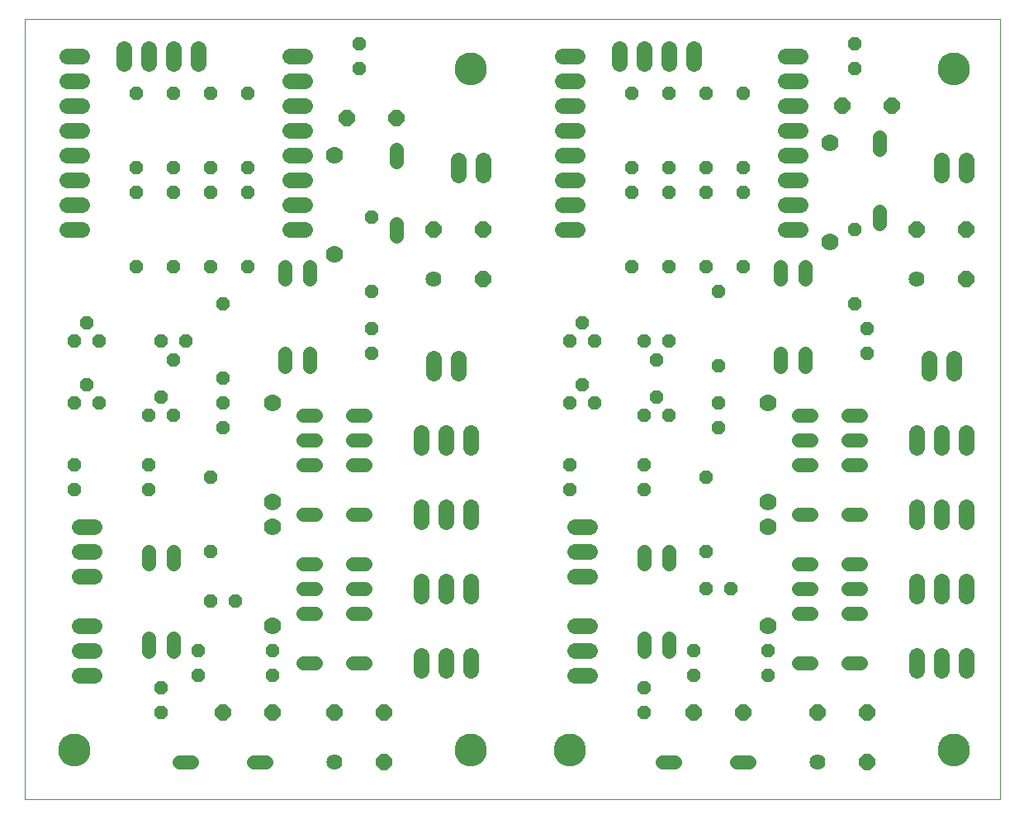
<source format=gts>
G75*
%MOIN*%
%OFA0B0*%
%FSLAX25Y25*%
%IPPOS*%
%LPD*%
%AMOC8*
5,1,8,0,0,1.08239X$1,22.5*
%
%ADD10C,0.00000*%
%ADD11C,0.06400*%
%ADD12OC8,0.06400*%
%ADD13C,0.07000*%
%ADD14C,0.05600*%
%ADD15C,0.06400*%
%ADD16C,0.05550*%
%ADD17OC8,0.05600*%
%ADD18C,0.12998*%
D10*
X0001000Y0002600D02*
X0001000Y0317561D01*
X0394701Y0317561D01*
X0394701Y0002600D01*
X0001000Y0002600D01*
X0014701Y0022600D02*
X0014703Y0022758D01*
X0014709Y0022916D01*
X0014719Y0023074D01*
X0014733Y0023232D01*
X0014751Y0023389D01*
X0014772Y0023546D01*
X0014798Y0023702D01*
X0014828Y0023858D01*
X0014861Y0024013D01*
X0014899Y0024166D01*
X0014940Y0024319D01*
X0014985Y0024471D01*
X0015034Y0024622D01*
X0015087Y0024771D01*
X0015143Y0024919D01*
X0015203Y0025065D01*
X0015267Y0025210D01*
X0015335Y0025353D01*
X0015406Y0025495D01*
X0015480Y0025635D01*
X0015558Y0025772D01*
X0015640Y0025908D01*
X0015724Y0026042D01*
X0015813Y0026173D01*
X0015904Y0026302D01*
X0015999Y0026429D01*
X0016096Y0026554D01*
X0016197Y0026676D01*
X0016301Y0026795D01*
X0016408Y0026912D01*
X0016518Y0027026D01*
X0016631Y0027137D01*
X0016746Y0027246D01*
X0016864Y0027351D01*
X0016985Y0027453D01*
X0017108Y0027553D01*
X0017234Y0027649D01*
X0017362Y0027742D01*
X0017492Y0027832D01*
X0017625Y0027918D01*
X0017760Y0028002D01*
X0017896Y0028081D01*
X0018035Y0028158D01*
X0018176Y0028230D01*
X0018318Y0028300D01*
X0018462Y0028365D01*
X0018608Y0028427D01*
X0018755Y0028485D01*
X0018904Y0028540D01*
X0019054Y0028591D01*
X0019205Y0028638D01*
X0019357Y0028681D01*
X0019510Y0028720D01*
X0019665Y0028756D01*
X0019820Y0028787D01*
X0019976Y0028815D01*
X0020132Y0028839D01*
X0020289Y0028859D01*
X0020447Y0028875D01*
X0020604Y0028887D01*
X0020763Y0028895D01*
X0020921Y0028899D01*
X0021079Y0028899D01*
X0021237Y0028895D01*
X0021396Y0028887D01*
X0021553Y0028875D01*
X0021711Y0028859D01*
X0021868Y0028839D01*
X0022024Y0028815D01*
X0022180Y0028787D01*
X0022335Y0028756D01*
X0022490Y0028720D01*
X0022643Y0028681D01*
X0022795Y0028638D01*
X0022946Y0028591D01*
X0023096Y0028540D01*
X0023245Y0028485D01*
X0023392Y0028427D01*
X0023538Y0028365D01*
X0023682Y0028300D01*
X0023824Y0028230D01*
X0023965Y0028158D01*
X0024104Y0028081D01*
X0024240Y0028002D01*
X0024375Y0027918D01*
X0024508Y0027832D01*
X0024638Y0027742D01*
X0024766Y0027649D01*
X0024892Y0027553D01*
X0025015Y0027453D01*
X0025136Y0027351D01*
X0025254Y0027246D01*
X0025369Y0027137D01*
X0025482Y0027026D01*
X0025592Y0026912D01*
X0025699Y0026795D01*
X0025803Y0026676D01*
X0025904Y0026554D01*
X0026001Y0026429D01*
X0026096Y0026302D01*
X0026187Y0026173D01*
X0026276Y0026042D01*
X0026360Y0025908D01*
X0026442Y0025772D01*
X0026520Y0025635D01*
X0026594Y0025495D01*
X0026665Y0025353D01*
X0026733Y0025210D01*
X0026797Y0025065D01*
X0026857Y0024919D01*
X0026913Y0024771D01*
X0026966Y0024622D01*
X0027015Y0024471D01*
X0027060Y0024319D01*
X0027101Y0024166D01*
X0027139Y0024013D01*
X0027172Y0023858D01*
X0027202Y0023702D01*
X0027228Y0023546D01*
X0027249Y0023389D01*
X0027267Y0023232D01*
X0027281Y0023074D01*
X0027291Y0022916D01*
X0027297Y0022758D01*
X0027299Y0022600D01*
X0027297Y0022442D01*
X0027291Y0022284D01*
X0027281Y0022126D01*
X0027267Y0021968D01*
X0027249Y0021811D01*
X0027228Y0021654D01*
X0027202Y0021498D01*
X0027172Y0021342D01*
X0027139Y0021187D01*
X0027101Y0021034D01*
X0027060Y0020881D01*
X0027015Y0020729D01*
X0026966Y0020578D01*
X0026913Y0020429D01*
X0026857Y0020281D01*
X0026797Y0020135D01*
X0026733Y0019990D01*
X0026665Y0019847D01*
X0026594Y0019705D01*
X0026520Y0019565D01*
X0026442Y0019428D01*
X0026360Y0019292D01*
X0026276Y0019158D01*
X0026187Y0019027D01*
X0026096Y0018898D01*
X0026001Y0018771D01*
X0025904Y0018646D01*
X0025803Y0018524D01*
X0025699Y0018405D01*
X0025592Y0018288D01*
X0025482Y0018174D01*
X0025369Y0018063D01*
X0025254Y0017954D01*
X0025136Y0017849D01*
X0025015Y0017747D01*
X0024892Y0017647D01*
X0024766Y0017551D01*
X0024638Y0017458D01*
X0024508Y0017368D01*
X0024375Y0017282D01*
X0024240Y0017198D01*
X0024104Y0017119D01*
X0023965Y0017042D01*
X0023824Y0016970D01*
X0023682Y0016900D01*
X0023538Y0016835D01*
X0023392Y0016773D01*
X0023245Y0016715D01*
X0023096Y0016660D01*
X0022946Y0016609D01*
X0022795Y0016562D01*
X0022643Y0016519D01*
X0022490Y0016480D01*
X0022335Y0016444D01*
X0022180Y0016413D01*
X0022024Y0016385D01*
X0021868Y0016361D01*
X0021711Y0016341D01*
X0021553Y0016325D01*
X0021396Y0016313D01*
X0021237Y0016305D01*
X0021079Y0016301D01*
X0020921Y0016301D01*
X0020763Y0016305D01*
X0020604Y0016313D01*
X0020447Y0016325D01*
X0020289Y0016341D01*
X0020132Y0016361D01*
X0019976Y0016385D01*
X0019820Y0016413D01*
X0019665Y0016444D01*
X0019510Y0016480D01*
X0019357Y0016519D01*
X0019205Y0016562D01*
X0019054Y0016609D01*
X0018904Y0016660D01*
X0018755Y0016715D01*
X0018608Y0016773D01*
X0018462Y0016835D01*
X0018318Y0016900D01*
X0018176Y0016970D01*
X0018035Y0017042D01*
X0017896Y0017119D01*
X0017760Y0017198D01*
X0017625Y0017282D01*
X0017492Y0017368D01*
X0017362Y0017458D01*
X0017234Y0017551D01*
X0017108Y0017647D01*
X0016985Y0017747D01*
X0016864Y0017849D01*
X0016746Y0017954D01*
X0016631Y0018063D01*
X0016518Y0018174D01*
X0016408Y0018288D01*
X0016301Y0018405D01*
X0016197Y0018524D01*
X0016096Y0018646D01*
X0015999Y0018771D01*
X0015904Y0018898D01*
X0015813Y0019027D01*
X0015724Y0019158D01*
X0015640Y0019292D01*
X0015558Y0019428D01*
X0015480Y0019565D01*
X0015406Y0019705D01*
X0015335Y0019847D01*
X0015267Y0019990D01*
X0015203Y0020135D01*
X0015143Y0020281D01*
X0015087Y0020429D01*
X0015034Y0020578D01*
X0014985Y0020729D01*
X0014940Y0020881D01*
X0014899Y0021034D01*
X0014861Y0021187D01*
X0014828Y0021342D01*
X0014798Y0021498D01*
X0014772Y0021654D01*
X0014751Y0021811D01*
X0014733Y0021968D01*
X0014719Y0022126D01*
X0014709Y0022284D01*
X0014703Y0022442D01*
X0014701Y0022600D01*
X0174701Y0022600D02*
X0174703Y0022758D01*
X0174709Y0022916D01*
X0174719Y0023074D01*
X0174733Y0023232D01*
X0174751Y0023389D01*
X0174772Y0023546D01*
X0174798Y0023702D01*
X0174828Y0023858D01*
X0174861Y0024013D01*
X0174899Y0024166D01*
X0174940Y0024319D01*
X0174985Y0024471D01*
X0175034Y0024622D01*
X0175087Y0024771D01*
X0175143Y0024919D01*
X0175203Y0025065D01*
X0175267Y0025210D01*
X0175335Y0025353D01*
X0175406Y0025495D01*
X0175480Y0025635D01*
X0175558Y0025772D01*
X0175640Y0025908D01*
X0175724Y0026042D01*
X0175813Y0026173D01*
X0175904Y0026302D01*
X0175999Y0026429D01*
X0176096Y0026554D01*
X0176197Y0026676D01*
X0176301Y0026795D01*
X0176408Y0026912D01*
X0176518Y0027026D01*
X0176631Y0027137D01*
X0176746Y0027246D01*
X0176864Y0027351D01*
X0176985Y0027453D01*
X0177108Y0027553D01*
X0177234Y0027649D01*
X0177362Y0027742D01*
X0177492Y0027832D01*
X0177625Y0027918D01*
X0177760Y0028002D01*
X0177896Y0028081D01*
X0178035Y0028158D01*
X0178176Y0028230D01*
X0178318Y0028300D01*
X0178462Y0028365D01*
X0178608Y0028427D01*
X0178755Y0028485D01*
X0178904Y0028540D01*
X0179054Y0028591D01*
X0179205Y0028638D01*
X0179357Y0028681D01*
X0179510Y0028720D01*
X0179665Y0028756D01*
X0179820Y0028787D01*
X0179976Y0028815D01*
X0180132Y0028839D01*
X0180289Y0028859D01*
X0180447Y0028875D01*
X0180604Y0028887D01*
X0180763Y0028895D01*
X0180921Y0028899D01*
X0181079Y0028899D01*
X0181237Y0028895D01*
X0181396Y0028887D01*
X0181553Y0028875D01*
X0181711Y0028859D01*
X0181868Y0028839D01*
X0182024Y0028815D01*
X0182180Y0028787D01*
X0182335Y0028756D01*
X0182490Y0028720D01*
X0182643Y0028681D01*
X0182795Y0028638D01*
X0182946Y0028591D01*
X0183096Y0028540D01*
X0183245Y0028485D01*
X0183392Y0028427D01*
X0183538Y0028365D01*
X0183682Y0028300D01*
X0183824Y0028230D01*
X0183965Y0028158D01*
X0184104Y0028081D01*
X0184240Y0028002D01*
X0184375Y0027918D01*
X0184508Y0027832D01*
X0184638Y0027742D01*
X0184766Y0027649D01*
X0184892Y0027553D01*
X0185015Y0027453D01*
X0185136Y0027351D01*
X0185254Y0027246D01*
X0185369Y0027137D01*
X0185482Y0027026D01*
X0185592Y0026912D01*
X0185699Y0026795D01*
X0185803Y0026676D01*
X0185904Y0026554D01*
X0186001Y0026429D01*
X0186096Y0026302D01*
X0186187Y0026173D01*
X0186276Y0026042D01*
X0186360Y0025908D01*
X0186442Y0025772D01*
X0186520Y0025635D01*
X0186594Y0025495D01*
X0186665Y0025353D01*
X0186733Y0025210D01*
X0186797Y0025065D01*
X0186857Y0024919D01*
X0186913Y0024771D01*
X0186966Y0024622D01*
X0187015Y0024471D01*
X0187060Y0024319D01*
X0187101Y0024166D01*
X0187139Y0024013D01*
X0187172Y0023858D01*
X0187202Y0023702D01*
X0187228Y0023546D01*
X0187249Y0023389D01*
X0187267Y0023232D01*
X0187281Y0023074D01*
X0187291Y0022916D01*
X0187297Y0022758D01*
X0187299Y0022600D01*
X0187297Y0022442D01*
X0187291Y0022284D01*
X0187281Y0022126D01*
X0187267Y0021968D01*
X0187249Y0021811D01*
X0187228Y0021654D01*
X0187202Y0021498D01*
X0187172Y0021342D01*
X0187139Y0021187D01*
X0187101Y0021034D01*
X0187060Y0020881D01*
X0187015Y0020729D01*
X0186966Y0020578D01*
X0186913Y0020429D01*
X0186857Y0020281D01*
X0186797Y0020135D01*
X0186733Y0019990D01*
X0186665Y0019847D01*
X0186594Y0019705D01*
X0186520Y0019565D01*
X0186442Y0019428D01*
X0186360Y0019292D01*
X0186276Y0019158D01*
X0186187Y0019027D01*
X0186096Y0018898D01*
X0186001Y0018771D01*
X0185904Y0018646D01*
X0185803Y0018524D01*
X0185699Y0018405D01*
X0185592Y0018288D01*
X0185482Y0018174D01*
X0185369Y0018063D01*
X0185254Y0017954D01*
X0185136Y0017849D01*
X0185015Y0017747D01*
X0184892Y0017647D01*
X0184766Y0017551D01*
X0184638Y0017458D01*
X0184508Y0017368D01*
X0184375Y0017282D01*
X0184240Y0017198D01*
X0184104Y0017119D01*
X0183965Y0017042D01*
X0183824Y0016970D01*
X0183682Y0016900D01*
X0183538Y0016835D01*
X0183392Y0016773D01*
X0183245Y0016715D01*
X0183096Y0016660D01*
X0182946Y0016609D01*
X0182795Y0016562D01*
X0182643Y0016519D01*
X0182490Y0016480D01*
X0182335Y0016444D01*
X0182180Y0016413D01*
X0182024Y0016385D01*
X0181868Y0016361D01*
X0181711Y0016341D01*
X0181553Y0016325D01*
X0181396Y0016313D01*
X0181237Y0016305D01*
X0181079Y0016301D01*
X0180921Y0016301D01*
X0180763Y0016305D01*
X0180604Y0016313D01*
X0180447Y0016325D01*
X0180289Y0016341D01*
X0180132Y0016361D01*
X0179976Y0016385D01*
X0179820Y0016413D01*
X0179665Y0016444D01*
X0179510Y0016480D01*
X0179357Y0016519D01*
X0179205Y0016562D01*
X0179054Y0016609D01*
X0178904Y0016660D01*
X0178755Y0016715D01*
X0178608Y0016773D01*
X0178462Y0016835D01*
X0178318Y0016900D01*
X0178176Y0016970D01*
X0178035Y0017042D01*
X0177896Y0017119D01*
X0177760Y0017198D01*
X0177625Y0017282D01*
X0177492Y0017368D01*
X0177362Y0017458D01*
X0177234Y0017551D01*
X0177108Y0017647D01*
X0176985Y0017747D01*
X0176864Y0017849D01*
X0176746Y0017954D01*
X0176631Y0018063D01*
X0176518Y0018174D01*
X0176408Y0018288D01*
X0176301Y0018405D01*
X0176197Y0018524D01*
X0176096Y0018646D01*
X0175999Y0018771D01*
X0175904Y0018898D01*
X0175813Y0019027D01*
X0175724Y0019158D01*
X0175640Y0019292D01*
X0175558Y0019428D01*
X0175480Y0019565D01*
X0175406Y0019705D01*
X0175335Y0019847D01*
X0175267Y0019990D01*
X0175203Y0020135D01*
X0175143Y0020281D01*
X0175087Y0020429D01*
X0175034Y0020578D01*
X0174985Y0020729D01*
X0174940Y0020881D01*
X0174899Y0021034D01*
X0174861Y0021187D01*
X0174828Y0021342D01*
X0174798Y0021498D01*
X0174772Y0021654D01*
X0174751Y0021811D01*
X0174733Y0021968D01*
X0174719Y0022126D01*
X0174709Y0022284D01*
X0174703Y0022442D01*
X0174701Y0022600D01*
X0214701Y0022600D02*
X0214703Y0022758D01*
X0214709Y0022916D01*
X0214719Y0023074D01*
X0214733Y0023232D01*
X0214751Y0023389D01*
X0214772Y0023546D01*
X0214798Y0023702D01*
X0214828Y0023858D01*
X0214861Y0024013D01*
X0214899Y0024166D01*
X0214940Y0024319D01*
X0214985Y0024471D01*
X0215034Y0024622D01*
X0215087Y0024771D01*
X0215143Y0024919D01*
X0215203Y0025065D01*
X0215267Y0025210D01*
X0215335Y0025353D01*
X0215406Y0025495D01*
X0215480Y0025635D01*
X0215558Y0025772D01*
X0215640Y0025908D01*
X0215724Y0026042D01*
X0215813Y0026173D01*
X0215904Y0026302D01*
X0215999Y0026429D01*
X0216096Y0026554D01*
X0216197Y0026676D01*
X0216301Y0026795D01*
X0216408Y0026912D01*
X0216518Y0027026D01*
X0216631Y0027137D01*
X0216746Y0027246D01*
X0216864Y0027351D01*
X0216985Y0027453D01*
X0217108Y0027553D01*
X0217234Y0027649D01*
X0217362Y0027742D01*
X0217492Y0027832D01*
X0217625Y0027918D01*
X0217760Y0028002D01*
X0217896Y0028081D01*
X0218035Y0028158D01*
X0218176Y0028230D01*
X0218318Y0028300D01*
X0218462Y0028365D01*
X0218608Y0028427D01*
X0218755Y0028485D01*
X0218904Y0028540D01*
X0219054Y0028591D01*
X0219205Y0028638D01*
X0219357Y0028681D01*
X0219510Y0028720D01*
X0219665Y0028756D01*
X0219820Y0028787D01*
X0219976Y0028815D01*
X0220132Y0028839D01*
X0220289Y0028859D01*
X0220447Y0028875D01*
X0220604Y0028887D01*
X0220763Y0028895D01*
X0220921Y0028899D01*
X0221079Y0028899D01*
X0221237Y0028895D01*
X0221396Y0028887D01*
X0221553Y0028875D01*
X0221711Y0028859D01*
X0221868Y0028839D01*
X0222024Y0028815D01*
X0222180Y0028787D01*
X0222335Y0028756D01*
X0222490Y0028720D01*
X0222643Y0028681D01*
X0222795Y0028638D01*
X0222946Y0028591D01*
X0223096Y0028540D01*
X0223245Y0028485D01*
X0223392Y0028427D01*
X0223538Y0028365D01*
X0223682Y0028300D01*
X0223824Y0028230D01*
X0223965Y0028158D01*
X0224104Y0028081D01*
X0224240Y0028002D01*
X0224375Y0027918D01*
X0224508Y0027832D01*
X0224638Y0027742D01*
X0224766Y0027649D01*
X0224892Y0027553D01*
X0225015Y0027453D01*
X0225136Y0027351D01*
X0225254Y0027246D01*
X0225369Y0027137D01*
X0225482Y0027026D01*
X0225592Y0026912D01*
X0225699Y0026795D01*
X0225803Y0026676D01*
X0225904Y0026554D01*
X0226001Y0026429D01*
X0226096Y0026302D01*
X0226187Y0026173D01*
X0226276Y0026042D01*
X0226360Y0025908D01*
X0226442Y0025772D01*
X0226520Y0025635D01*
X0226594Y0025495D01*
X0226665Y0025353D01*
X0226733Y0025210D01*
X0226797Y0025065D01*
X0226857Y0024919D01*
X0226913Y0024771D01*
X0226966Y0024622D01*
X0227015Y0024471D01*
X0227060Y0024319D01*
X0227101Y0024166D01*
X0227139Y0024013D01*
X0227172Y0023858D01*
X0227202Y0023702D01*
X0227228Y0023546D01*
X0227249Y0023389D01*
X0227267Y0023232D01*
X0227281Y0023074D01*
X0227291Y0022916D01*
X0227297Y0022758D01*
X0227299Y0022600D01*
X0227297Y0022442D01*
X0227291Y0022284D01*
X0227281Y0022126D01*
X0227267Y0021968D01*
X0227249Y0021811D01*
X0227228Y0021654D01*
X0227202Y0021498D01*
X0227172Y0021342D01*
X0227139Y0021187D01*
X0227101Y0021034D01*
X0227060Y0020881D01*
X0227015Y0020729D01*
X0226966Y0020578D01*
X0226913Y0020429D01*
X0226857Y0020281D01*
X0226797Y0020135D01*
X0226733Y0019990D01*
X0226665Y0019847D01*
X0226594Y0019705D01*
X0226520Y0019565D01*
X0226442Y0019428D01*
X0226360Y0019292D01*
X0226276Y0019158D01*
X0226187Y0019027D01*
X0226096Y0018898D01*
X0226001Y0018771D01*
X0225904Y0018646D01*
X0225803Y0018524D01*
X0225699Y0018405D01*
X0225592Y0018288D01*
X0225482Y0018174D01*
X0225369Y0018063D01*
X0225254Y0017954D01*
X0225136Y0017849D01*
X0225015Y0017747D01*
X0224892Y0017647D01*
X0224766Y0017551D01*
X0224638Y0017458D01*
X0224508Y0017368D01*
X0224375Y0017282D01*
X0224240Y0017198D01*
X0224104Y0017119D01*
X0223965Y0017042D01*
X0223824Y0016970D01*
X0223682Y0016900D01*
X0223538Y0016835D01*
X0223392Y0016773D01*
X0223245Y0016715D01*
X0223096Y0016660D01*
X0222946Y0016609D01*
X0222795Y0016562D01*
X0222643Y0016519D01*
X0222490Y0016480D01*
X0222335Y0016444D01*
X0222180Y0016413D01*
X0222024Y0016385D01*
X0221868Y0016361D01*
X0221711Y0016341D01*
X0221553Y0016325D01*
X0221396Y0016313D01*
X0221237Y0016305D01*
X0221079Y0016301D01*
X0220921Y0016301D01*
X0220763Y0016305D01*
X0220604Y0016313D01*
X0220447Y0016325D01*
X0220289Y0016341D01*
X0220132Y0016361D01*
X0219976Y0016385D01*
X0219820Y0016413D01*
X0219665Y0016444D01*
X0219510Y0016480D01*
X0219357Y0016519D01*
X0219205Y0016562D01*
X0219054Y0016609D01*
X0218904Y0016660D01*
X0218755Y0016715D01*
X0218608Y0016773D01*
X0218462Y0016835D01*
X0218318Y0016900D01*
X0218176Y0016970D01*
X0218035Y0017042D01*
X0217896Y0017119D01*
X0217760Y0017198D01*
X0217625Y0017282D01*
X0217492Y0017368D01*
X0217362Y0017458D01*
X0217234Y0017551D01*
X0217108Y0017647D01*
X0216985Y0017747D01*
X0216864Y0017849D01*
X0216746Y0017954D01*
X0216631Y0018063D01*
X0216518Y0018174D01*
X0216408Y0018288D01*
X0216301Y0018405D01*
X0216197Y0018524D01*
X0216096Y0018646D01*
X0215999Y0018771D01*
X0215904Y0018898D01*
X0215813Y0019027D01*
X0215724Y0019158D01*
X0215640Y0019292D01*
X0215558Y0019428D01*
X0215480Y0019565D01*
X0215406Y0019705D01*
X0215335Y0019847D01*
X0215267Y0019990D01*
X0215203Y0020135D01*
X0215143Y0020281D01*
X0215087Y0020429D01*
X0215034Y0020578D01*
X0214985Y0020729D01*
X0214940Y0020881D01*
X0214899Y0021034D01*
X0214861Y0021187D01*
X0214828Y0021342D01*
X0214798Y0021498D01*
X0214772Y0021654D01*
X0214751Y0021811D01*
X0214733Y0021968D01*
X0214719Y0022126D01*
X0214709Y0022284D01*
X0214703Y0022442D01*
X0214701Y0022600D01*
X0369701Y0022600D02*
X0369703Y0022758D01*
X0369709Y0022916D01*
X0369719Y0023074D01*
X0369733Y0023232D01*
X0369751Y0023389D01*
X0369772Y0023546D01*
X0369798Y0023702D01*
X0369828Y0023858D01*
X0369861Y0024013D01*
X0369899Y0024166D01*
X0369940Y0024319D01*
X0369985Y0024471D01*
X0370034Y0024622D01*
X0370087Y0024771D01*
X0370143Y0024919D01*
X0370203Y0025065D01*
X0370267Y0025210D01*
X0370335Y0025353D01*
X0370406Y0025495D01*
X0370480Y0025635D01*
X0370558Y0025772D01*
X0370640Y0025908D01*
X0370724Y0026042D01*
X0370813Y0026173D01*
X0370904Y0026302D01*
X0370999Y0026429D01*
X0371096Y0026554D01*
X0371197Y0026676D01*
X0371301Y0026795D01*
X0371408Y0026912D01*
X0371518Y0027026D01*
X0371631Y0027137D01*
X0371746Y0027246D01*
X0371864Y0027351D01*
X0371985Y0027453D01*
X0372108Y0027553D01*
X0372234Y0027649D01*
X0372362Y0027742D01*
X0372492Y0027832D01*
X0372625Y0027918D01*
X0372760Y0028002D01*
X0372896Y0028081D01*
X0373035Y0028158D01*
X0373176Y0028230D01*
X0373318Y0028300D01*
X0373462Y0028365D01*
X0373608Y0028427D01*
X0373755Y0028485D01*
X0373904Y0028540D01*
X0374054Y0028591D01*
X0374205Y0028638D01*
X0374357Y0028681D01*
X0374510Y0028720D01*
X0374665Y0028756D01*
X0374820Y0028787D01*
X0374976Y0028815D01*
X0375132Y0028839D01*
X0375289Y0028859D01*
X0375447Y0028875D01*
X0375604Y0028887D01*
X0375763Y0028895D01*
X0375921Y0028899D01*
X0376079Y0028899D01*
X0376237Y0028895D01*
X0376396Y0028887D01*
X0376553Y0028875D01*
X0376711Y0028859D01*
X0376868Y0028839D01*
X0377024Y0028815D01*
X0377180Y0028787D01*
X0377335Y0028756D01*
X0377490Y0028720D01*
X0377643Y0028681D01*
X0377795Y0028638D01*
X0377946Y0028591D01*
X0378096Y0028540D01*
X0378245Y0028485D01*
X0378392Y0028427D01*
X0378538Y0028365D01*
X0378682Y0028300D01*
X0378824Y0028230D01*
X0378965Y0028158D01*
X0379104Y0028081D01*
X0379240Y0028002D01*
X0379375Y0027918D01*
X0379508Y0027832D01*
X0379638Y0027742D01*
X0379766Y0027649D01*
X0379892Y0027553D01*
X0380015Y0027453D01*
X0380136Y0027351D01*
X0380254Y0027246D01*
X0380369Y0027137D01*
X0380482Y0027026D01*
X0380592Y0026912D01*
X0380699Y0026795D01*
X0380803Y0026676D01*
X0380904Y0026554D01*
X0381001Y0026429D01*
X0381096Y0026302D01*
X0381187Y0026173D01*
X0381276Y0026042D01*
X0381360Y0025908D01*
X0381442Y0025772D01*
X0381520Y0025635D01*
X0381594Y0025495D01*
X0381665Y0025353D01*
X0381733Y0025210D01*
X0381797Y0025065D01*
X0381857Y0024919D01*
X0381913Y0024771D01*
X0381966Y0024622D01*
X0382015Y0024471D01*
X0382060Y0024319D01*
X0382101Y0024166D01*
X0382139Y0024013D01*
X0382172Y0023858D01*
X0382202Y0023702D01*
X0382228Y0023546D01*
X0382249Y0023389D01*
X0382267Y0023232D01*
X0382281Y0023074D01*
X0382291Y0022916D01*
X0382297Y0022758D01*
X0382299Y0022600D01*
X0382297Y0022442D01*
X0382291Y0022284D01*
X0382281Y0022126D01*
X0382267Y0021968D01*
X0382249Y0021811D01*
X0382228Y0021654D01*
X0382202Y0021498D01*
X0382172Y0021342D01*
X0382139Y0021187D01*
X0382101Y0021034D01*
X0382060Y0020881D01*
X0382015Y0020729D01*
X0381966Y0020578D01*
X0381913Y0020429D01*
X0381857Y0020281D01*
X0381797Y0020135D01*
X0381733Y0019990D01*
X0381665Y0019847D01*
X0381594Y0019705D01*
X0381520Y0019565D01*
X0381442Y0019428D01*
X0381360Y0019292D01*
X0381276Y0019158D01*
X0381187Y0019027D01*
X0381096Y0018898D01*
X0381001Y0018771D01*
X0380904Y0018646D01*
X0380803Y0018524D01*
X0380699Y0018405D01*
X0380592Y0018288D01*
X0380482Y0018174D01*
X0380369Y0018063D01*
X0380254Y0017954D01*
X0380136Y0017849D01*
X0380015Y0017747D01*
X0379892Y0017647D01*
X0379766Y0017551D01*
X0379638Y0017458D01*
X0379508Y0017368D01*
X0379375Y0017282D01*
X0379240Y0017198D01*
X0379104Y0017119D01*
X0378965Y0017042D01*
X0378824Y0016970D01*
X0378682Y0016900D01*
X0378538Y0016835D01*
X0378392Y0016773D01*
X0378245Y0016715D01*
X0378096Y0016660D01*
X0377946Y0016609D01*
X0377795Y0016562D01*
X0377643Y0016519D01*
X0377490Y0016480D01*
X0377335Y0016444D01*
X0377180Y0016413D01*
X0377024Y0016385D01*
X0376868Y0016361D01*
X0376711Y0016341D01*
X0376553Y0016325D01*
X0376396Y0016313D01*
X0376237Y0016305D01*
X0376079Y0016301D01*
X0375921Y0016301D01*
X0375763Y0016305D01*
X0375604Y0016313D01*
X0375447Y0016325D01*
X0375289Y0016341D01*
X0375132Y0016361D01*
X0374976Y0016385D01*
X0374820Y0016413D01*
X0374665Y0016444D01*
X0374510Y0016480D01*
X0374357Y0016519D01*
X0374205Y0016562D01*
X0374054Y0016609D01*
X0373904Y0016660D01*
X0373755Y0016715D01*
X0373608Y0016773D01*
X0373462Y0016835D01*
X0373318Y0016900D01*
X0373176Y0016970D01*
X0373035Y0017042D01*
X0372896Y0017119D01*
X0372760Y0017198D01*
X0372625Y0017282D01*
X0372492Y0017368D01*
X0372362Y0017458D01*
X0372234Y0017551D01*
X0372108Y0017647D01*
X0371985Y0017747D01*
X0371864Y0017849D01*
X0371746Y0017954D01*
X0371631Y0018063D01*
X0371518Y0018174D01*
X0371408Y0018288D01*
X0371301Y0018405D01*
X0371197Y0018524D01*
X0371096Y0018646D01*
X0370999Y0018771D01*
X0370904Y0018898D01*
X0370813Y0019027D01*
X0370724Y0019158D01*
X0370640Y0019292D01*
X0370558Y0019428D01*
X0370480Y0019565D01*
X0370406Y0019705D01*
X0370335Y0019847D01*
X0370267Y0019990D01*
X0370203Y0020135D01*
X0370143Y0020281D01*
X0370087Y0020429D01*
X0370034Y0020578D01*
X0369985Y0020729D01*
X0369940Y0020881D01*
X0369899Y0021034D01*
X0369861Y0021187D01*
X0369828Y0021342D01*
X0369798Y0021498D01*
X0369772Y0021654D01*
X0369751Y0021811D01*
X0369733Y0021968D01*
X0369719Y0022126D01*
X0369709Y0022284D01*
X0369703Y0022442D01*
X0369701Y0022600D01*
X0369701Y0297600D02*
X0369703Y0297758D01*
X0369709Y0297916D01*
X0369719Y0298074D01*
X0369733Y0298232D01*
X0369751Y0298389D01*
X0369772Y0298546D01*
X0369798Y0298702D01*
X0369828Y0298858D01*
X0369861Y0299013D01*
X0369899Y0299166D01*
X0369940Y0299319D01*
X0369985Y0299471D01*
X0370034Y0299622D01*
X0370087Y0299771D01*
X0370143Y0299919D01*
X0370203Y0300065D01*
X0370267Y0300210D01*
X0370335Y0300353D01*
X0370406Y0300495D01*
X0370480Y0300635D01*
X0370558Y0300772D01*
X0370640Y0300908D01*
X0370724Y0301042D01*
X0370813Y0301173D01*
X0370904Y0301302D01*
X0370999Y0301429D01*
X0371096Y0301554D01*
X0371197Y0301676D01*
X0371301Y0301795D01*
X0371408Y0301912D01*
X0371518Y0302026D01*
X0371631Y0302137D01*
X0371746Y0302246D01*
X0371864Y0302351D01*
X0371985Y0302453D01*
X0372108Y0302553D01*
X0372234Y0302649D01*
X0372362Y0302742D01*
X0372492Y0302832D01*
X0372625Y0302918D01*
X0372760Y0303002D01*
X0372896Y0303081D01*
X0373035Y0303158D01*
X0373176Y0303230D01*
X0373318Y0303300D01*
X0373462Y0303365D01*
X0373608Y0303427D01*
X0373755Y0303485D01*
X0373904Y0303540D01*
X0374054Y0303591D01*
X0374205Y0303638D01*
X0374357Y0303681D01*
X0374510Y0303720D01*
X0374665Y0303756D01*
X0374820Y0303787D01*
X0374976Y0303815D01*
X0375132Y0303839D01*
X0375289Y0303859D01*
X0375447Y0303875D01*
X0375604Y0303887D01*
X0375763Y0303895D01*
X0375921Y0303899D01*
X0376079Y0303899D01*
X0376237Y0303895D01*
X0376396Y0303887D01*
X0376553Y0303875D01*
X0376711Y0303859D01*
X0376868Y0303839D01*
X0377024Y0303815D01*
X0377180Y0303787D01*
X0377335Y0303756D01*
X0377490Y0303720D01*
X0377643Y0303681D01*
X0377795Y0303638D01*
X0377946Y0303591D01*
X0378096Y0303540D01*
X0378245Y0303485D01*
X0378392Y0303427D01*
X0378538Y0303365D01*
X0378682Y0303300D01*
X0378824Y0303230D01*
X0378965Y0303158D01*
X0379104Y0303081D01*
X0379240Y0303002D01*
X0379375Y0302918D01*
X0379508Y0302832D01*
X0379638Y0302742D01*
X0379766Y0302649D01*
X0379892Y0302553D01*
X0380015Y0302453D01*
X0380136Y0302351D01*
X0380254Y0302246D01*
X0380369Y0302137D01*
X0380482Y0302026D01*
X0380592Y0301912D01*
X0380699Y0301795D01*
X0380803Y0301676D01*
X0380904Y0301554D01*
X0381001Y0301429D01*
X0381096Y0301302D01*
X0381187Y0301173D01*
X0381276Y0301042D01*
X0381360Y0300908D01*
X0381442Y0300772D01*
X0381520Y0300635D01*
X0381594Y0300495D01*
X0381665Y0300353D01*
X0381733Y0300210D01*
X0381797Y0300065D01*
X0381857Y0299919D01*
X0381913Y0299771D01*
X0381966Y0299622D01*
X0382015Y0299471D01*
X0382060Y0299319D01*
X0382101Y0299166D01*
X0382139Y0299013D01*
X0382172Y0298858D01*
X0382202Y0298702D01*
X0382228Y0298546D01*
X0382249Y0298389D01*
X0382267Y0298232D01*
X0382281Y0298074D01*
X0382291Y0297916D01*
X0382297Y0297758D01*
X0382299Y0297600D01*
X0382297Y0297442D01*
X0382291Y0297284D01*
X0382281Y0297126D01*
X0382267Y0296968D01*
X0382249Y0296811D01*
X0382228Y0296654D01*
X0382202Y0296498D01*
X0382172Y0296342D01*
X0382139Y0296187D01*
X0382101Y0296034D01*
X0382060Y0295881D01*
X0382015Y0295729D01*
X0381966Y0295578D01*
X0381913Y0295429D01*
X0381857Y0295281D01*
X0381797Y0295135D01*
X0381733Y0294990D01*
X0381665Y0294847D01*
X0381594Y0294705D01*
X0381520Y0294565D01*
X0381442Y0294428D01*
X0381360Y0294292D01*
X0381276Y0294158D01*
X0381187Y0294027D01*
X0381096Y0293898D01*
X0381001Y0293771D01*
X0380904Y0293646D01*
X0380803Y0293524D01*
X0380699Y0293405D01*
X0380592Y0293288D01*
X0380482Y0293174D01*
X0380369Y0293063D01*
X0380254Y0292954D01*
X0380136Y0292849D01*
X0380015Y0292747D01*
X0379892Y0292647D01*
X0379766Y0292551D01*
X0379638Y0292458D01*
X0379508Y0292368D01*
X0379375Y0292282D01*
X0379240Y0292198D01*
X0379104Y0292119D01*
X0378965Y0292042D01*
X0378824Y0291970D01*
X0378682Y0291900D01*
X0378538Y0291835D01*
X0378392Y0291773D01*
X0378245Y0291715D01*
X0378096Y0291660D01*
X0377946Y0291609D01*
X0377795Y0291562D01*
X0377643Y0291519D01*
X0377490Y0291480D01*
X0377335Y0291444D01*
X0377180Y0291413D01*
X0377024Y0291385D01*
X0376868Y0291361D01*
X0376711Y0291341D01*
X0376553Y0291325D01*
X0376396Y0291313D01*
X0376237Y0291305D01*
X0376079Y0291301D01*
X0375921Y0291301D01*
X0375763Y0291305D01*
X0375604Y0291313D01*
X0375447Y0291325D01*
X0375289Y0291341D01*
X0375132Y0291361D01*
X0374976Y0291385D01*
X0374820Y0291413D01*
X0374665Y0291444D01*
X0374510Y0291480D01*
X0374357Y0291519D01*
X0374205Y0291562D01*
X0374054Y0291609D01*
X0373904Y0291660D01*
X0373755Y0291715D01*
X0373608Y0291773D01*
X0373462Y0291835D01*
X0373318Y0291900D01*
X0373176Y0291970D01*
X0373035Y0292042D01*
X0372896Y0292119D01*
X0372760Y0292198D01*
X0372625Y0292282D01*
X0372492Y0292368D01*
X0372362Y0292458D01*
X0372234Y0292551D01*
X0372108Y0292647D01*
X0371985Y0292747D01*
X0371864Y0292849D01*
X0371746Y0292954D01*
X0371631Y0293063D01*
X0371518Y0293174D01*
X0371408Y0293288D01*
X0371301Y0293405D01*
X0371197Y0293524D01*
X0371096Y0293646D01*
X0370999Y0293771D01*
X0370904Y0293898D01*
X0370813Y0294027D01*
X0370724Y0294158D01*
X0370640Y0294292D01*
X0370558Y0294428D01*
X0370480Y0294565D01*
X0370406Y0294705D01*
X0370335Y0294847D01*
X0370267Y0294990D01*
X0370203Y0295135D01*
X0370143Y0295281D01*
X0370087Y0295429D01*
X0370034Y0295578D01*
X0369985Y0295729D01*
X0369940Y0295881D01*
X0369899Y0296034D01*
X0369861Y0296187D01*
X0369828Y0296342D01*
X0369798Y0296498D01*
X0369772Y0296654D01*
X0369751Y0296811D01*
X0369733Y0296968D01*
X0369719Y0297126D01*
X0369709Y0297284D01*
X0369703Y0297442D01*
X0369701Y0297600D01*
X0174701Y0297600D02*
X0174703Y0297758D01*
X0174709Y0297916D01*
X0174719Y0298074D01*
X0174733Y0298232D01*
X0174751Y0298389D01*
X0174772Y0298546D01*
X0174798Y0298702D01*
X0174828Y0298858D01*
X0174861Y0299013D01*
X0174899Y0299166D01*
X0174940Y0299319D01*
X0174985Y0299471D01*
X0175034Y0299622D01*
X0175087Y0299771D01*
X0175143Y0299919D01*
X0175203Y0300065D01*
X0175267Y0300210D01*
X0175335Y0300353D01*
X0175406Y0300495D01*
X0175480Y0300635D01*
X0175558Y0300772D01*
X0175640Y0300908D01*
X0175724Y0301042D01*
X0175813Y0301173D01*
X0175904Y0301302D01*
X0175999Y0301429D01*
X0176096Y0301554D01*
X0176197Y0301676D01*
X0176301Y0301795D01*
X0176408Y0301912D01*
X0176518Y0302026D01*
X0176631Y0302137D01*
X0176746Y0302246D01*
X0176864Y0302351D01*
X0176985Y0302453D01*
X0177108Y0302553D01*
X0177234Y0302649D01*
X0177362Y0302742D01*
X0177492Y0302832D01*
X0177625Y0302918D01*
X0177760Y0303002D01*
X0177896Y0303081D01*
X0178035Y0303158D01*
X0178176Y0303230D01*
X0178318Y0303300D01*
X0178462Y0303365D01*
X0178608Y0303427D01*
X0178755Y0303485D01*
X0178904Y0303540D01*
X0179054Y0303591D01*
X0179205Y0303638D01*
X0179357Y0303681D01*
X0179510Y0303720D01*
X0179665Y0303756D01*
X0179820Y0303787D01*
X0179976Y0303815D01*
X0180132Y0303839D01*
X0180289Y0303859D01*
X0180447Y0303875D01*
X0180604Y0303887D01*
X0180763Y0303895D01*
X0180921Y0303899D01*
X0181079Y0303899D01*
X0181237Y0303895D01*
X0181396Y0303887D01*
X0181553Y0303875D01*
X0181711Y0303859D01*
X0181868Y0303839D01*
X0182024Y0303815D01*
X0182180Y0303787D01*
X0182335Y0303756D01*
X0182490Y0303720D01*
X0182643Y0303681D01*
X0182795Y0303638D01*
X0182946Y0303591D01*
X0183096Y0303540D01*
X0183245Y0303485D01*
X0183392Y0303427D01*
X0183538Y0303365D01*
X0183682Y0303300D01*
X0183824Y0303230D01*
X0183965Y0303158D01*
X0184104Y0303081D01*
X0184240Y0303002D01*
X0184375Y0302918D01*
X0184508Y0302832D01*
X0184638Y0302742D01*
X0184766Y0302649D01*
X0184892Y0302553D01*
X0185015Y0302453D01*
X0185136Y0302351D01*
X0185254Y0302246D01*
X0185369Y0302137D01*
X0185482Y0302026D01*
X0185592Y0301912D01*
X0185699Y0301795D01*
X0185803Y0301676D01*
X0185904Y0301554D01*
X0186001Y0301429D01*
X0186096Y0301302D01*
X0186187Y0301173D01*
X0186276Y0301042D01*
X0186360Y0300908D01*
X0186442Y0300772D01*
X0186520Y0300635D01*
X0186594Y0300495D01*
X0186665Y0300353D01*
X0186733Y0300210D01*
X0186797Y0300065D01*
X0186857Y0299919D01*
X0186913Y0299771D01*
X0186966Y0299622D01*
X0187015Y0299471D01*
X0187060Y0299319D01*
X0187101Y0299166D01*
X0187139Y0299013D01*
X0187172Y0298858D01*
X0187202Y0298702D01*
X0187228Y0298546D01*
X0187249Y0298389D01*
X0187267Y0298232D01*
X0187281Y0298074D01*
X0187291Y0297916D01*
X0187297Y0297758D01*
X0187299Y0297600D01*
X0187297Y0297442D01*
X0187291Y0297284D01*
X0187281Y0297126D01*
X0187267Y0296968D01*
X0187249Y0296811D01*
X0187228Y0296654D01*
X0187202Y0296498D01*
X0187172Y0296342D01*
X0187139Y0296187D01*
X0187101Y0296034D01*
X0187060Y0295881D01*
X0187015Y0295729D01*
X0186966Y0295578D01*
X0186913Y0295429D01*
X0186857Y0295281D01*
X0186797Y0295135D01*
X0186733Y0294990D01*
X0186665Y0294847D01*
X0186594Y0294705D01*
X0186520Y0294565D01*
X0186442Y0294428D01*
X0186360Y0294292D01*
X0186276Y0294158D01*
X0186187Y0294027D01*
X0186096Y0293898D01*
X0186001Y0293771D01*
X0185904Y0293646D01*
X0185803Y0293524D01*
X0185699Y0293405D01*
X0185592Y0293288D01*
X0185482Y0293174D01*
X0185369Y0293063D01*
X0185254Y0292954D01*
X0185136Y0292849D01*
X0185015Y0292747D01*
X0184892Y0292647D01*
X0184766Y0292551D01*
X0184638Y0292458D01*
X0184508Y0292368D01*
X0184375Y0292282D01*
X0184240Y0292198D01*
X0184104Y0292119D01*
X0183965Y0292042D01*
X0183824Y0291970D01*
X0183682Y0291900D01*
X0183538Y0291835D01*
X0183392Y0291773D01*
X0183245Y0291715D01*
X0183096Y0291660D01*
X0182946Y0291609D01*
X0182795Y0291562D01*
X0182643Y0291519D01*
X0182490Y0291480D01*
X0182335Y0291444D01*
X0182180Y0291413D01*
X0182024Y0291385D01*
X0181868Y0291361D01*
X0181711Y0291341D01*
X0181553Y0291325D01*
X0181396Y0291313D01*
X0181237Y0291305D01*
X0181079Y0291301D01*
X0180921Y0291301D01*
X0180763Y0291305D01*
X0180604Y0291313D01*
X0180447Y0291325D01*
X0180289Y0291341D01*
X0180132Y0291361D01*
X0179976Y0291385D01*
X0179820Y0291413D01*
X0179665Y0291444D01*
X0179510Y0291480D01*
X0179357Y0291519D01*
X0179205Y0291562D01*
X0179054Y0291609D01*
X0178904Y0291660D01*
X0178755Y0291715D01*
X0178608Y0291773D01*
X0178462Y0291835D01*
X0178318Y0291900D01*
X0178176Y0291970D01*
X0178035Y0292042D01*
X0177896Y0292119D01*
X0177760Y0292198D01*
X0177625Y0292282D01*
X0177492Y0292368D01*
X0177362Y0292458D01*
X0177234Y0292551D01*
X0177108Y0292647D01*
X0176985Y0292747D01*
X0176864Y0292849D01*
X0176746Y0292954D01*
X0176631Y0293063D01*
X0176518Y0293174D01*
X0176408Y0293288D01*
X0176301Y0293405D01*
X0176197Y0293524D01*
X0176096Y0293646D01*
X0175999Y0293771D01*
X0175904Y0293898D01*
X0175813Y0294027D01*
X0175724Y0294158D01*
X0175640Y0294292D01*
X0175558Y0294428D01*
X0175480Y0294565D01*
X0175406Y0294705D01*
X0175335Y0294847D01*
X0175267Y0294990D01*
X0175203Y0295135D01*
X0175143Y0295281D01*
X0175087Y0295429D01*
X0175034Y0295578D01*
X0174985Y0295729D01*
X0174940Y0295881D01*
X0174899Y0296034D01*
X0174861Y0296187D01*
X0174828Y0296342D01*
X0174798Y0296498D01*
X0174772Y0296654D01*
X0174751Y0296811D01*
X0174733Y0296968D01*
X0174719Y0297126D01*
X0174709Y0297284D01*
X0174703Y0297442D01*
X0174701Y0297600D01*
D11*
X0166000Y0212600D03*
X0361000Y0212600D03*
X0321000Y0017600D03*
X0126000Y0017600D03*
D12*
X0146000Y0017600D03*
X0146000Y0037600D03*
X0126000Y0037600D03*
X0101000Y0037600D03*
X0081000Y0037600D03*
X0271000Y0037600D03*
X0291000Y0037600D03*
X0321000Y0037600D03*
X0341000Y0037600D03*
X0341000Y0017600D03*
X0381000Y0212600D03*
X0381000Y0232600D03*
X0361000Y0232600D03*
X0351000Y0282600D03*
X0331000Y0282600D03*
X0186000Y0232600D03*
X0166000Y0232600D03*
X0186000Y0212600D03*
X0151000Y0277600D03*
X0131000Y0277600D03*
D13*
X0126000Y0262600D03*
X0126000Y0222600D03*
X0101000Y0162600D03*
X0101000Y0122600D03*
X0101000Y0112600D03*
X0101000Y0072600D03*
X0301000Y0072600D03*
X0301000Y0112600D03*
X0301000Y0122600D03*
X0301000Y0162600D03*
X0326000Y0227600D03*
X0326000Y0267600D03*
D14*
X0346000Y0270200D02*
X0346000Y0265000D01*
X0346000Y0240200D02*
X0346000Y0235000D01*
X0316000Y0217800D02*
X0316000Y0212600D01*
X0306000Y0212600D02*
X0306000Y0217800D01*
X0306000Y0182600D02*
X0306000Y0177400D01*
X0316000Y0177400D02*
X0316000Y0182600D01*
X0261000Y0102800D02*
X0261000Y0097600D01*
X0251000Y0097600D02*
X0251000Y0102800D01*
X0251000Y0067600D02*
X0251000Y0062400D01*
X0261000Y0062400D02*
X0261000Y0067600D01*
X0263600Y0017600D02*
X0258400Y0017600D01*
X0288400Y0017600D02*
X0293600Y0017600D01*
X0098600Y0017600D02*
X0093400Y0017600D01*
X0068600Y0017600D02*
X0063400Y0017600D01*
X0061000Y0062400D02*
X0061000Y0067600D01*
X0051000Y0067600D02*
X0051000Y0062400D01*
X0051000Y0097600D02*
X0051000Y0102800D01*
X0061000Y0102800D02*
X0061000Y0097600D01*
X0106000Y0177400D02*
X0106000Y0182600D01*
X0116000Y0182600D02*
X0116000Y0177400D01*
X0116000Y0212600D02*
X0116000Y0217800D01*
X0106000Y0217800D02*
X0106000Y0212600D01*
X0151000Y0230000D02*
X0151000Y0235200D01*
X0151000Y0260000D02*
X0151000Y0265200D01*
D15*
X0176000Y0260600D02*
X0176000Y0254600D01*
X0186000Y0254600D02*
X0186000Y0260600D01*
X0218000Y0262600D02*
X0224000Y0262600D01*
X0224000Y0272600D02*
X0218000Y0272600D01*
X0218000Y0282600D02*
X0224000Y0282600D01*
X0224000Y0292600D02*
X0218000Y0292600D01*
X0218000Y0302600D02*
X0224000Y0302600D01*
X0241000Y0305600D02*
X0241000Y0299600D01*
X0251000Y0299600D02*
X0251000Y0305600D01*
X0261000Y0305600D02*
X0261000Y0299600D01*
X0271000Y0299600D02*
X0271000Y0305600D01*
X0308000Y0302600D02*
X0314000Y0302600D01*
X0314000Y0292600D02*
X0308000Y0292600D01*
X0308000Y0282600D02*
X0314000Y0282600D01*
X0314000Y0272600D02*
X0308000Y0272600D01*
X0308000Y0262600D02*
X0314000Y0262600D01*
X0314000Y0252600D02*
X0308000Y0252600D01*
X0308000Y0242600D02*
X0314000Y0242600D01*
X0314000Y0232600D02*
X0308000Y0232600D01*
X0371000Y0254600D02*
X0371000Y0260600D01*
X0381000Y0260600D02*
X0381000Y0254600D01*
X0376000Y0180600D02*
X0376000Y0174600D01*
X0366000Y0174600D02*
X0366000Y0180600D01*
X0361000Y0150600D02*
X0361000Y0144600D01*
X0371000Y0144600D02*
X0371000Y0150600D01*
X0381000Y0150600D02*
X0381000Y0144600D01*
X0381000Y0120600D02*
X0381000Y0114600D01*
X0371000Y0114600D02*
X0371000Y0120600D01*
X0361000Y0120600D02*
X0361000Y0114600D01*
X0361000Y0090600D02*
X0361000Y0084600D01*
X0371000Y0084600D02*
X0371000Y0090600D01*
X0381000Y0090600D02*
X0381000Y0084600D01*
X0381000Y0060600D02*
X0381000Y0054600D01*
X0371000Y0054600D02*
X0371000Y0060600D01*
X0361000Y0060600D02*
X0361000Y0054600D01*
X0229000Y0052600D02*
X0223000Y0052600D01*
X0223000Y0062600D02*
X0229000Y0062600D01*
X0229000Y0072600D02*
X0223000Y0072600D01*
X0223000Y0092600D02*
X0229000Y0092600D01*
X0229000Y0102600D02*
X0223000Y0102600D01*
X0223000Y0112600D02*
X0229000Y0112600D01*
X0181000Y0114600D02*
X0181000Y0120600D01*
X0171000Y0120600D02*
X0171000Y0114600D01*
X0161000Y0114600D02*
X0161000Y0120600D01*
X0161000Y0144600D02*
X0161000Y0150600D01*
X0171000Y0150600D02*
X0171000Y0144600D01*
X0181000Y0144600D02*
X0181000Y0150600D01*
X0176000Y0174600D02*
X0176000Y0180600D01*
X0166000Y0180600D02*
X0166000Y0174600D01*
X0114000Y0232600D02*
X0108000Y0232600D01*
X0108000Y0242600D02*
X0114000Y0242600D01*
X0114000Y0252600D02*
X0108000Y0252600D01*
X0108000Y0262600D02*
X0114000Y0262600D01*
X0114000Y0272600D02*
X0108000Y0272600D01*
X0108000Y0282600D02*
X0114000Y0282600D01*
X0114000Y0292600D02*
X0108000Y0292600D01*
X0108000Y0302600D02*
X0114000Y0302600D01*
X0071000Y0305600D02*
X0071000Y0299600D01*
X0061000Y0299600D02*
X0061000Y0305600D01*
X0051000Y0305600D02*
X0051000Y0299600D01*
X0041000Y0299600D02*
X0041000Y0305600D01*
X0024000Y0302600D02*
X0018000Y0302600D01*
X0018000Y0292600D02*
X0024000Y0292600D01*
X0024000Y0282600D02*
X0018000Y0282600D01*
X0018000Y0272600D02*
X0024000Y0272600D01*
X0024000Y0262600D02*
X0018000Y0262600D01*
X0018000Y0252600D02*
X0024000Y0252600D01*
X0024000Y0242600D02*
X0018000Y0242600D01*
X0018000Y0232600D02*
X0024000Y0232600D01*
X0023000Y0112600D02*
X0029000Y0112600D01*
X0029000Y0102600D02*
X0023000Y0102600D01*
X0023000Y0092600D02*
X0029000Y0092600D01*
X0029000Y0072600D02*
X0023000Y0072600D01*
X0023000Y0062600D02*
X0029000Y0062600D01*
X0029000Y0052600D02*
X0023000Y0052600D01*
X0161000Y0054600D02*
X0161000Y0060600D01*
X0171000Y0060600D02*
X0171000Y0054600D01*
X0181000Y0054600D02*
X0181000Y0060600D01*
X0181000Y0084600D02*
X0181000Y0090600D01*
X0171000Y0090600D02*
X0171000Y0084600D01*
X0161000Y0084600D02*
X0161000Y0090600D01*
X0218000Y0232600D02*
X0224000Y0232600D01*
X0224000Y0242600D02*
X0218000Y0242600D01*
X0218000Y0252600D02*
X0224000Y0252600D01*
D16*
X0138575Y0157600D02*
X0133425Y0157600D01*
X0133425Y0147600D02*
X0138575Y0147600D01*
X0138575Y0137600D02*
X0133425Y0137600D01*
X0118575Y0137600D02*
X0113425Y0137600D01*
X0113425Y0147600D02*
X0118575Y0147600D01*
X0118575Y0157600D02*
X0113425Y0157600D01*
X0113425Y0117600D02*
X0118575Y0117600D01*
X0133425Y0117600D02*
X0138575Y0117600D01*
X0138575Y0097600D02*
X0133425Y0097600D01*
X0133425Y0087600D02*
X0138575Y0087600D01*
X0138575Y0077600D02*
X0133425Y0077600D01*
X0118575Y0077600D02*
X0113425Y0077600D01*
X0113425Y0087600D02*
X0118575Y0087600D01*
X0118575Y0097600D02*
X0113425Y0097600D01*
X0113425Y0057600D02*
X0118575Y0057600D01*
X0133425Y0057600D02*
X0138575Y0057600D01*
X0313425Y0057600D02*
X0318575Y0057600D01*
X0333425Y0057600D02*
X0338575Y0057600D01*
X0338575Y0077600D02*
X0333425Y0077600D01*
X0333425Y0087600D02*
X0338575Y0087600D01*
X0338575Y0097600D02*
X0333425Y0097600D01*
X0318575Y0097600D02*
X0313425Y0097600D01*
X0313425Y0087600D02*
X0318575Y0087600D01*
X0318575Y0077600D02*
X0313425Y0077600D01*
X0313425Y0117600D02*
X0318575Y0117600D01*
X0333425Y0117600D02*
X0338575Y0117600D01*
X0338575Y0137600D02*
X0333425Y0137600D01*
X0333425Y0147600D02*
X0338575Y0147600D01*
X0338575Y0157600D02*
X0333425Y0157600D01*
X0318575Y0157600D02*
X0313425Y0157600D01*
X0313425Y0147600D02*
X0318575Y0147600D01*
X0318575Y0137600D02*
X0313425Y0137600D01*
D17*
X0281000Y0152600D03*
X0281000Y0162600D03*
X0281000Y0177600D03*
X0261000Y0187600D03*
X0256000Y0180100D03*
X0251000Y0187600D03*
X0231000Y0187600D03*
X0226000Y0195100D03*
X0221000Y0187600D03*
X0226000Y0170100D03*
X0221000Y0162600D03*
X0231000Y0162600D03*
X0251000Y0157600D03*
X0256000Y0165100D03*
X0261000Y0157600D03*
X0251000Y0137600D03*
X0251000Y0127600D03*
X0276000Y0132600D03*
X0276000Y0102600D03*
X0276000Y0087600D03*
X0286000Y0087600D03*
X0271000Y0062600D03*
X0271000Y0052600D03*
X0251000Y0047600D03*
X0251000Y0037600D03*
X0301000Y0052600D03*
X0301000Y0062600D03*
X0221000Y0127600D03*
X0221000Y0137600D03*
X0141000Y0182600D03*
X0141000Y0192600D03*
X0141000Y0207600D03*
X0141000Y0237600D03*
X0091000Y0247600D03*
X0091000Y0257600D03*
X0076000Y0257600D03*
X0076000Y0247600D03*
X0061000Y0247600D03*
X0061000Y0257600D03*
X0046000Y0257600D03*
X0046000Y0247600D03*
X0046000Y0217600D03*
X0061000Y0217600D03*
X0076000Y0217600D03*
X0091000Y0217600D03*
X0081000Y0202600D03*
X0066000Y0187600D03*
X0061000Y0180100D03*
X0056000Y0187600D03*
X0081000Y0172600D03*
X0081000Y0162600D03*
X0081000Y0152600D03*
X0061000Y0157600D03*
X0056000Y0165100D03*
X0051000Y0157600D03*
X0031000Y0162600D03*
X0021000Y0162600D03*
X0026000Y0170100D03*
X0021000Y0187600D03*
X0026000Y0195100D03*
X0031000Y0187600D03*
X0021000Y0137600D03*
X0021000Y0127600D03*
X0051000Y0127600D03*
X0051000Y0137600D03*
X0076000Y0132600D03*
X0076000Y0102600D03*
X0076000Y0082600D03*
X0086000Y0082600D03*
X0071000Y0062600D03*
X0071000Y0052600D03*
X0056000Y0047600D03*
X0056000Y0037600D03*
X0101000Y0052600D03*
X0101000Y0062600D03*
X0281000Y0207600D03*
X0276000Y0217600D03*
X0261000Y0217600D03*
X0246000Y0217600D03*
X0246000Y0247600D03*
X0246000Y0257600D03*
X0261000Y0257600D03*
X0261000Y0247600D03*
X0276000Y0247600D03*
X0276000Y0257600D03*
X0291000Y0257600D03*
X0291000Y0247600D03*
X0291000Y0217600D03*
X0336000Y0202600D03*
X0341000Y0192600D03*
X0341000Y0182600D03*
X0336000Y0232600D03*
X0291000Y0287600D03*
X0276000Y0287600D03*
X0261000Y0287600D03*
X0246000Y0287600D03*
X0336000Y0297600D03*
X0336000Y0307600D03*
X0136000Y0307600D03*
X0136000Y0297600D03*
X0091000Y0287600D03*
X0076000Y0287600D03*
X0061000Y0287600D03*
X0046000Y0287600D03*
D18*
X0181000Y0297600D03*
X0376000Y0297600D03*
X0376000Y0022600D03*
X0221000Y0022600D03*
X0181000Y0022600D03*
X0021000Y0022600D03*
M02*

</source>
